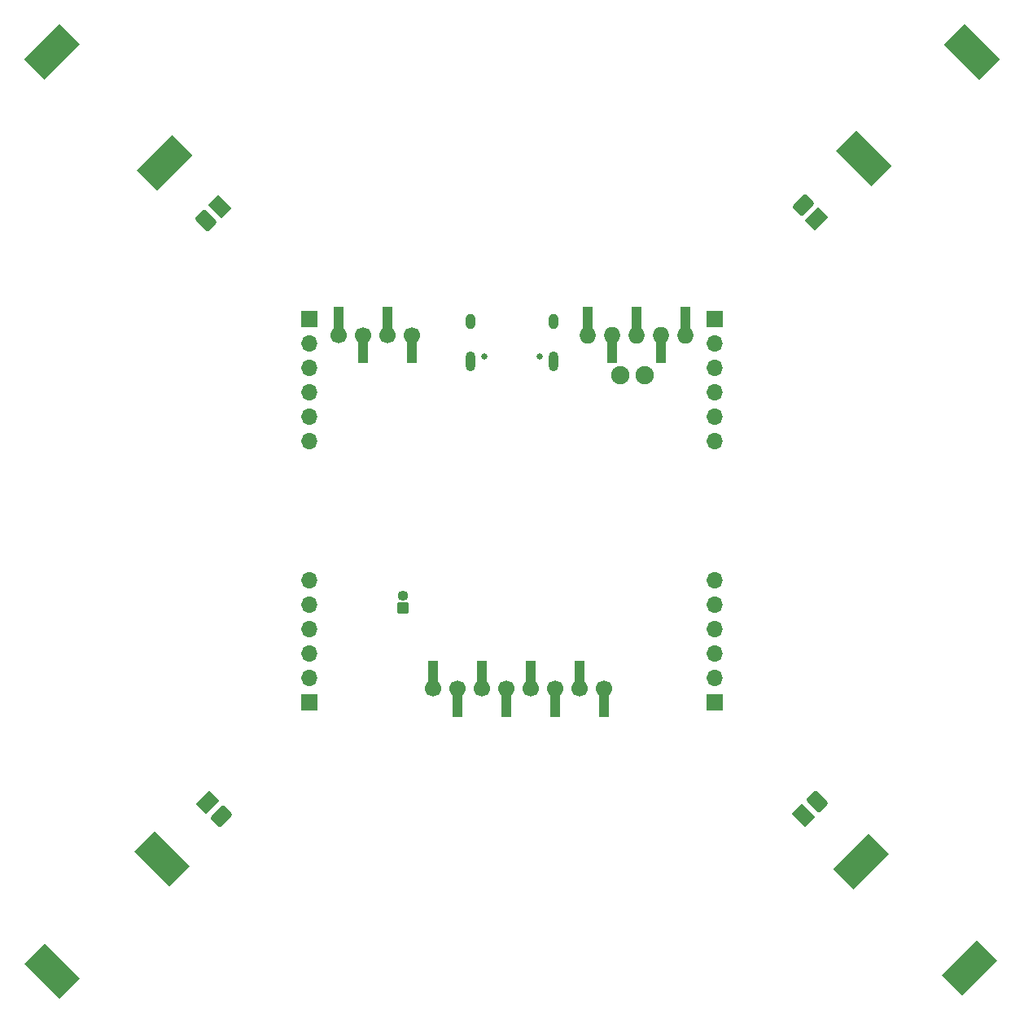
<source format=gbs>
%TF.GenerationSoftware,KiCad,Pcbnew,9.0.3*%
%TF.CreationDate,2025-07-30T12:07:42-04:00*%
%TF.ProjectId,LiteWingV2.5C,4c697465-5769-46e6-9756-322e35432e6b,rev?*%
%TF.SameCoordinates,Original*%
%TF.FileFunction,Soldermask,Bot*%
%TF.FilePolarity,Negative*%
%FSLAX46Y46*%
G04 Gerber Fmt 4.6, Leading zero omitted, Abs format (unit mm)*
G04 Created by KiCad (PCBNEW 9.0.3) date 2025-07-30 12:07:42*
%MOMM*%
%LPD*%
G01*
G04 APERTURE LIST*
G04 Aperture macros list*
%AMRoundRect*
0 Rectangle with rounded corners*
0 $1 Rounding radius*
0 $2 $3 $4 $5 $6 $7 $8 $9 X,Y pos of 4 corners*
0 Add a 4 corners polygon primitive as box body*
4,1,4,$2,$3,$4,$5,$6,$7,$8,$9,$2,$3,0*
0 Add four circle primitives for the rounded corners*
1,1,$1+$1,$2,$3*
1,1,$1+$1,$4,$5*
1,1,$1+$1,$6,$7*
1,1,$1+$1,$8,$9*
0 Add four rect primitives between the rounded corners*
20,1,$1+$1,$2,$3,$4,$5,0*
20,1,$1+$1,$4,$5,$6,$7,0*
20,1,$1+$1,$6,$7,$8,$9,0*
20,1,$1+$1,$8,$9,$2,$3,0*%
%AMRotRect*
0 Rectangle, with rotation*
0 The origin of the aperture is its center*
0 $1 length*
0 $2 width*
0 $3 Rotation angle, in degrees counterclockwise*
0 Add horizontal line*
21,1,$1,$2,0,0,$3*%
G04 Aperture macros list end*
%ADD10C,0.000000*%
%ADD11RoundRect,0.050800X0.500000X-0.500000X0.500000X0.500000X-0.500000X0.500000X-0.500000X-0.500000X0*%
%ADD12O,1.101600X1.101600*%
%ADD13RoundRect,0.312500X-0.176777X0.795495X-0.795495X0.176777X0.176777X-0.795495X0.795495X-0.176777X0*%
%ADD14RotRect,1.500000X2.000000X225.000000*%
%ADD15RoundRect,0.312500X0.795495X0.176777X0.176777X0.795495X-0.795495X-0.176777X-0.176777X-0.795495X0*%
%ADD16RotRect,1.500000X2.000000X135.000000*%
%ADD17RoundRect,0.312500X0.176777X-0.795495X0.795495X-0.176777X-0.176777X0.795495X-0.795495X0.176777X0*%
%ADD18RotRect,1.500000X2.000000X45.000000*%
%ADD19R,1.700000X1.700000*%
%ADD20O,1.700000X1.700000*%
%ADD21C,0.650000*%
%ADD22O,1.000000X2.100000*%
%ADD23O,1.000000X1.600000*%
%ADD24O,1.901600X1.901600*%
%ADD25RoundRect,0.312500X-0.795495X-0.176777X-0.176777X-0.795495X0.795495X0.176777X0.176777X0.795495X0*%
%ADD26RotRect,1.500000X2.000000X315.000000*%
%ADD27C,1.700000*%
%ADD28R,1.000000X2.510000*%
%ADD29O,1.727200X1.727200*%
G04 APERTURE END LIST*
D10*
G36*
X102463144Y-142762438D02*
G01*
X100340974Y-144884608D01*
X96682104Y-141223198D01*
X98799194Y-139097218D01*
X102463144Y-142762438D01*
G37*
G36*
X102449174Y-45602358D02*
G01*
X98783954Y-49266308D01*
X96661784Y-47144138D01*
X100323194Y-43485268D01*
X102449174Y-45602358D01*
G37*
G36*
X113885901Y-131107449D02*
G01*
X111763731Y-133229619D01*
X108104861Y-129568209D01*
X110221951Y-127442229D01*
X113885901Y-131107449D01*
G37*
G36*
X198094964Y-47148520D02*
G01*
X195977874Y-49274500D01*
X192313924Y-45609280D01*
X194436094Y-43487110D01*
X198094964Y-47148520D01*
G37*
G36*
X114152915Y-57181462D02*
G01*
X110487695Y-60845412D01*
X108365525Y-58723242D01*
X112026935Y-55064372D01*
X114152915Y-57181462D01*
G37*
G36*
X186562367Y-129840134D02*
G01*
X182900957Y-133499004D01*
X180774977Y-131381914D01*
X184440197Y-127717964D01*
X186562367Y-129840134D01*
G37*
G36*
X186829069Y-58229975D02*
G01*
X184711979Y-60355955D01*
X181048029Y-56690735D01*
X183170199Y-54568565D01*
X186829069Y-58229975D01*
G37*
G36*
X197883896Y-140920240D02*
G01*
X194222486Y-144579110D01*
X192096506Y-142462020D01*
X195761726Y-138798070D01*
X197883896Y-140920240D01*
G37*
D11*
%TO.C,J14*%
X136061500Y-104255050D03*
D12*
X136061500Y-103004850D03*
%TD*%
D13*
%TO.C,J8*%
X179133199Y-124391485D03*
D14*
X177718985Y-125805699D03*
%TD*%
D15*
%TO.C,J9*%
X117141500Y-125899000D03*
D16*
X115727286Y-124484786D03*
%TD*%
D17*
%TO.C,J10*%
X115546801Y-63924515D03*
D18*
X116961015Y-62510301D03*
%TD*%
D19*
%TO.C,J5*%
X126276500Y-114084000D03*
D20*
X126276500Y-111544000D03*
X126276500Y-109004000D03*
X126276500Y-106464000D03*
X126276500Y-103924000D03*
X126276500Y-101384000D03*
%TD*%
D19*
%TO.C,J3*%
X168477500Y-114084000D03*
D20*
X168477500Y-111544000D03*
X168477500Y-109004000D03*
X168477500Y-106464000D03*
X168477500Y-103924000D03*
X168477500Y-101384000D03*
%TD*%
D19*
%TO.C,J4*%
X168477500Y-74204000D03*
D20*
X168477500Y-76744000D03*
X168477500Y-79284000D03*
X168477500Y-81824000D03*
X168477500Y-84364000D03*
X168477500Y-86904000D03*
%TD*%
D19*
%TO.C,J6*%
X126276500Y-74204000D03*
D20*
X126276500Y-76744000D03*
X126276500Y-79284000D03*
X126276500Y-81824000D03*
X126276500Y-84364000D03*
X126276500Y-86904000D03*
%TD*%
D21*
%TO.C,J1*%
X150267500Y-78059000D03*
X144487500Y-78059000D03*
D22*
X151697500Y-78589000D03*
D23*
X151697500Y-74409000D03*
D22*
X143057500Y-78589000D03*
D23*
X143057500Y-74409000D03*
%TD*%
D24*
%TO.C,J2*%
X161158501Y-80045600D03*
X158656499Y-80045600D03*
%TD*%
D25*
%TO.C,J7*%
X177666078Y-62332208D03*
D26*
X179080292Y-63746422D03*
%TD*%
D27*
%TO.C,J11*%
X156930000Y-112656500D03*
D28*
X156930000Y-114311500D03*
X154390000Y-111001500D03*
D27*
X154390000Y-112656500D03*
X151850000Y-112656500D03*
D28*
X151850000Y-114311500D03*
X149310000Y-111001501D03*
D27*
X149310000Y-112656500D03*
X146770000Y-112656500D03*
D28*
X146770000Y-114311500D03*
X144230000Y-111001500D03*
D27*
X144230000Y-112656500D03*
X141690000Y-112656500D03*
D28*
X141690000Y-114311500D03*
X139150000Y-111001500D03*
D27*
X139150000Y-112656500D03*
%TD*%
D28*
%TO.C,J13*%
X129347499Y-74214000D03*
D27*
X129347499Y-75869000D03*
D28*
X131887499Y-77524000D03*
D27*
X131887500Y-75869000D03*
D28*
X134427499Y-74214000D03*
D27*
X134427499Y-75869000D03*
X136967499Y-75869000D03*
D28*
X136967499Y-77524000D03*
%TD*%
D29*
%TO.C,J12*%
X155289499Y-75869000D03*
D28*
X155289500Y-74214000D03*
D29*
X157829499Y-75869000D03*
D28*
X157829499Y-77524000D03*
D29*
X160369498Y-75869000D03*
D28*
X160369499Y-74214000D03*
D29*
X162909499Y-75869000D03*
D28*
X162909499Y-77524000D03*
X165410499Y-74214000D03*
D29*
X165449499Y-75869000D03*
%TD*%
M02*

</source>
